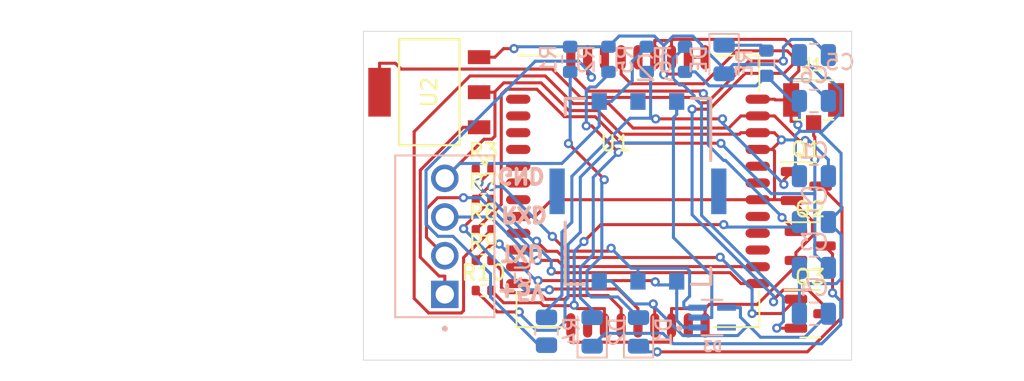
<source format=kicad_pcb>
(kicad_pcb (version 20221018) (generator pcbnew)
  (layers (0 "F.Cu" signal) (31 "B.Cu" signal) (34 "B.Paste" user) (35 "F.Paste" user) (36 "B.SilkS" user "B.Silkscreen") (37 "F.SilkS" user "F.Silkscreen") (38 "B.Mask" user) (39 "F.Mask" user) (44 "Edge.Cuts" user))
  (net 0 "")
  (net 1 "Net-(U1-GSM_ANT)")
  (net 2 "GND")
  (net 3 "Net-(U1-SIM_DATA)")
  (net 4 "Net-(C3-Pad1)")
  (net 5 "Net-(J2-VCC)")
  (net 6 "Net-(D1-K)")
  (net 7 "Net-(D1-A)")
  (net 8 "Net-(D2-K)")
  (net 9 "Net-(D2-A)")
  (net 10 "Net-(J2-CLK)")
  (net 11 "Net-(J2-I{slash}O)")
  (net 12 "Net-(J2-RST)")
  (net 15 "Net-(Q1-B)")
  (net 16 "STATUS")
  (net 17 "Net-(Q3-B)")
  (net 18 "Net-(Q3-E)")
  (net 19 "Net-(Q3-C)")
  (net 20 "+4.2V")
  (net 21 "GSM_PWRKY")
  (net 22 "NETLIGHT")
  (net 23 "Net-(U1-SIM_RST)")
  (net 24 "Net-(U1-SIM_CLK)")
  (net 45 "Net-(C5-Pad1)")
  (net 46 "Net-(D4-K)")
  (net 47 "TXD")
  (net 48 "RXD")
  (net 49 "+5V")
  (footprint "Resistor_SMD:R_0402_1005Metric" (layer "F.Cu") (at 128.776 92.71)
    (fp_text reference "R10")
    (fp_text value "26.1")
  )
  (footprint "Package_TO_SOT_SMD:SOT-23" (layer "F.Cu") (at 150.1925 94.234)
    (fp_text reference "Q3")
    (fp_text value "BC817")
  )
  (footprint "MIC5209_4_2YS:SOT-223_S_MCL" (layer "F.Cu") (at 125.222 79.6925 90)
    (fp_text reference "U2")
    (fp_text value "MIC5209-4.2YS")
  )
  (footprint "RF_GSM:SIMCom_SIM800C" (layer "F.Cu") (at 138.9 86.2)
    (fp_text reference "U1")
    (fp_text value "SIM800C")
  )
  (footprint "U.FL-R-SMT-1_10_:HRS_U.FL-R-SMT-1_10_" (layer "F.Cu") (at 150.417 80.2)
    (fp_text reference "J1")
    (fp_text value "U.FL-R-SMT-1_10_")
  )
  (footprint "Package_TO_SOT_SMD:SOT-23" (layer "F.Cu") (at 150.1925 89.784)
    (fp_text reference "Q2")
    (fp_text value "BC817")
  )
  (footprint "Resistor_SMD:R_0402_1005Metric" (layer "F.Cu") (at 128.776 90.72)
    (fp_text reference "R9")
    (fp_text value "26.1")
  )
  (footprint "Resistor_SMD:R_0402_1005Metric" (layer "F.Cu") (at 128.776 88.73)
    (fp_text reference "R8")
    (fp_text value "0")
  )
  (footprint "Package_TO_SOT_SMD:SOT-23" (layer "F.Cu") (at 149.9385 85.852)
    (fp_text reference "Q1")
    (fp_text value "BC817")
  )
  (footprint "Resistor_SMD:R_0402_1005Metric" (layer "F.Cu") (at 128.776 84.75)
    (fp_text reference "R3")
    (fp_text value "4k7")
  )
  (footprint "Resistor_SMD:R_0402_1005Metric" (layer "F.Cu") (at 128.776 86.74)
    (fp_text reference "R7")
    (fp_text value "26.1")
  )
  (footprint "LED_SMD:LED_0805_2012Metric" (layer "B.Cu") (at 144.545 77.547 -90)
    (fp_text reference "DE")
    (fp_text value "Red LED")
  )
  (footprint "ESDA6V1W5:SOT65P210X110-5N" (layer "B.Cu") (at 143.764 94.488)
    (fp_text reference "D3")
    (fp_text value "ESDA6V1W5")
  )
  (footprint "Resistor_SMD:R_0603_1608Metric" (layer "B.Cu") (at 139.476 77.533 -90)
    (fp_text reference "R5")
    (fp_text value "47K")
  )
  (footprint "Capacitor_SMD:C_0805_2012Metric" (layer "B.Cu") (at 150.434 77.254 180)
    (fp_text reference "C5")
    (fp_text value "470pF")
  )
  (footprint "Resistor_SMD:R_0805_2012Metric" (layer "B.Cu") (at 132.903 95.3855 90)
    (fp_text reference "R4")
    (fp_text value "10k")
  )
  (footprint "SIM8051_6_0_14_00_A:GCT_SIM8051-6-0-14-00-X-REVD" (layer "B.Cu") (at 138.9 86.2 180)
    (fp_text reference "J2")
    (fp_text value "SIM8051-6-0-14-00-X-REVD")
  )
  (footprint "Resistor_SMD:R_0603_1608Metric" (layer "B.Cu") (at 147.32 77.787 -90)
    (fp_text reference "RE")
    (fp_text value "2k7")
  )
  (footprint "Capacitor_SMD:C_0805_2012Metric" (layer "B.Cu") (at 150.434 94.234 180)
    (fp_text reference "C4")
    (fp_text value "10nF")
  )
  (footprint "Capacitor_SMD:C_0805_2012Metric" (layer "B.Cu") (at 150.434 88.214 180)
    (fp_text reference "C2")
    (fp_text value "1nF")
  )
  (footprint "Capacitor_SMD:C_0805_2012Metric" (layer "B.Cu") (at 150.434 85.204 180)
    (fp_text reference "C1")
    (fp_text value "100nF")
  )
  (footprint "LED_SMD:LED_0805_2012Metric" (layer "B.Cu") (at 138.938 95.4255 90)
    (fp_text reference "D1")
    (fp_text value "Red LED")
  )
  (footprint "LED_SMD:LED_0805_2012Metric" (layer "B.Cu") (at 135.898 95.4255 90)
    (fp_text reference "D2")
    (fp_text value "Red LED")
  )
  (footprint "Resistor_SMD:R_0603_1608Metric" (layer "B.Cu") (at 141.986 77.533 -90)
    (fp_text reference "R6")
    (fp_text value "47K")
  )
  (footprint "Resistor_SMD:R_0603_1608Metric" (layer "B.Cu") (at 134.456 77.533 -90)
    (fp_text reference "R1")
    (fp_text value "470")
  )
  (footprint "Capacitor_SMD:C_0805_2012Metric" (layer "B.Cu") (at 150.434 91.224 180)
    (fp_text reference "C3")
    (fp_text value "100nF")
  )
  (footprint "Resistor_SMD:R_0603_1608Metric" (layer "B.Cu") (at 136.966 77.533 -90)
    (fp_text reference "R2")
    (fp_text value "470")
  )
  (footprint "Capacitor_SMD:C_0805_2012Metric" (layer "B.Cu") (at 150.434 80.264 180)
    (fp_text reference "C6")
    (fp_text value "2.2pF")
  )
  (footprint "282834-4:TE_282834-4" (layer "B.Cu") (at 126.238 89.154 90)
    (fp_text reference "J3")
    (fp_text value "Conn_01x04")
  )
  (gr_rect (start 120.904 75.692) (end 152.908 97.282) (stroke (width 0.05)) (fill none) (layer "Edge.Cuts"))
  (gr_text "RXD" (at 129.794 87.122 180) (layer "B.SilkS") (effects (font (size 1 1) (thickness 0.25) bold) (justify left bottom mirror)))
  (gr_text "GND" (at 129.54 84.582 180) (layer "B.SilkS") (effects (font (size 1 1) (thickness 0.25) bold) (justify left bottom mirror)))
  (gr_text "+5V" (at 129.54 92.202 180) (layer "B.SilkS") (effects (font (size 1 1) (thickness 0.25) bold) (justify left bottom mirror)))
  (gr_text "TXD" (at 129.794 89.662 180) (layer "B.SilkS") (effects (font (size 1 1) (thickness 0.25) bold) (justify left bottom mirror)))
  (segment (start 149.4672 82.8653) (end 149.8655 82.8653) (width 0.2) (layer "F.Cu") (net 1))
  (segment (start 144.8523 82.0458) (end 138.582 82.0458) (width 0.2) (layer "F.Cu") (net 1))
  (segment (start 124.2289 82.2825) (end 124.2289 93.2332) (width 0.2) (layer "F.Cu") (net 1))
  (segment (start 127.4681 94.0339) (end 127.4681 90.5479) (width 0.2) (layer "F.Cu") (net 1))
  (segment (start 138.582 82.0458) (end 136.9737 80.4375) (width 0.2) (layer "F.Cu") (net 1))
  (segment (start 132.8307 78.6261) (end 127.8853 78.6261) (width 0.2) (layer "F.Cu") (net 1))
  (segment (start 147.8519 81.25) (end 149.4672 82.8653) (width 0.2) (layer "F.Cu") (net 1))
  (segment (start 125.1801 94.1844) (end 127.3176 94.1844) (width 0.2) (layer "F.Cu") (net 1))
  (segment (start 147.301 81.25) (end 146.75 81.25) (width 0.2) (layer "F.Cu") (net 1))
  (segment (start 127.3176 94.1844) (end 127.4681 94.0339) (width 0.2) (layer "F.Cu") (net 1))
  (segment (start 145.6481 81.25) (end 144.8523 82.0458) (width 0.2) (layer "F.Cu") (net 1))
  (segment (start 127.8853 78.6261) (end 124.2289 82.2825) (width 0.2) (layer "F.Cu") (net 1))
  (segment (start 136.9737 80.4375) (end 134.6421 80.4375) (width 0.2) (layer "F.Cu") (net 1))
  (segment (start 124.2289 93.2332) (end 125.1801 94.1844) (width 0.2) (layer "F.Cu") (net 1))
  (segment (start 134.6421 80.4375) (end 132.8307 78.6261) (width 0.2) (layer "F.Cu") (net 1))
  (segment (start 146.75 81.25) (end 145.6481 81.25) (width 0.2) (layer "F.Cu") (net 1))
  (segment (start 127.4681 90.5479) (end 129.286 88.73) (width 0.2) (layer "F.Cu") (net 1))
  (segment (start 147.301 81.25) (end 147.8519 81.25) (width 0.2) (layer "F.Cu") (net 1))
  (via (at 149.8655 82.8653) (size 0.6) (drill 0.3) (layers "F.Cu" "B.Cu") (net 1))
  (segment (start 150.1224 82.8653) (end 149.8655 82.8653) (width 0.2) (layer "B.Cu") (net 1))
  (segment (start 151.384 85.204) (end 151.384 84.1269) (width 0.2) (layer "B.Cu") (net 1))
  (segment (start 151.384 84.1269) (end 150.1224 82.8653) (width 0.2) (layer "B.Cu") (net 1))
  (segment (start 148.3077 82.8234) (end 147.8519 82.3676) (width 0.2) (layer "F.Cu") (net 2))
  (segment (start 148.942 80.2) (end 148.942 81.6019) (width 0.2) (layer "F.Cu") (net 2))
  (segment (start 137.8136 82.4477) (end 136.2639 80.898) (width 0.2) (layer "F.Cu") (net 2))
  (segment (start 128.4859 79.6925) (end 129.5244 79.6925) (width 0.2) (layer "F.Cu") (net 2))
  (segment (start 128.8061 82.7759) (end 126.238 85.344) (width 0.2) (layer "F.Cu") (net 2))
  (segment (start 136.2639 80.898) (end 134.3719 80.898) (width 0.2) (layer "F.Cu") (net 2))
  (segment (start 141.176 76.2236) (end 148.5274 76.2236) (width 0.2) (layer "F.Cu") (net 2))
  (segment (start 134.3719 80.898) (end 132.5515 79.0776) (width 0.2) (layer "F.Cu") (net 2))
  (segment (start 149.255 90.2215) (end 149.255 90.734) (width 0.2) (layer "F.Cu") (net 2))
  (segment (start 147.8519 86.75) (end 147.8519 83.5509) (width 0.2) (layer "F.Cu") (net 2))
  (segment (start 141.1 77.4) (end 141.1 76.399) (width 0.2) (layer "F.Cu") (net 2))
  (segment (start 145.6481 82.35) (end 145.5504 82.4477) (width 0.2) (layer "F.Cu") (net 2))
  (segment (start 146.7671 86.75) (end 146.75 86.75) (width 0.2) (layer "F.Cu") (net 2))
  (segment (start 129.3233 82.7759) (end 128.8061 82.7759) (width 0.2) (layer "F.Cu") (net 2))
  (segment (start 146.7671 86.75) (end 147.8519 86.75) (width 0.2) (layer "F.Cu") (net 2))
  (segment (start 146.75 82.35) (end 145.6481 82.35) (width 0.2) (layer "F.Cu") (net 2))
  (segment (start 130.1024 79.0776) (end 129.5244 79.6556) (width 0.2) (layer "F.Cu") (net 2))
  (segment (start 149.001 86.802) (end 150.3395 88.1405) (width 0.2) (layer "F.Cu") (net 2))
  (segment (start 143.3 95) (end 143.3 93.999) (width 0.2) (layer "F.Cu") (net 2))
  (segment (start 148.949 86.75) (end 149.001 86.802) (width 0.2) (layer "F.Cu") (net 2))
  (segment (start 141.1 76.2996) (end 141.1 76.2981) (width 0.2) (layer "F.Cu") (net 2))
  (segment (start 134.5 95) (end 134.5 96.1019) (width 0.2) (layer "F.Cu") (net 2))
  (segment (start 143.3 93.8981) (end 141.1 93.8981) (width 0.2) (layer "F.Cu") (net 2))
  (segment (start 149.255 90.734) (end 149.255 91.0962) (width 0.2) (layer "F.Cu") (net 2))
  (segment (start 147.8519 86.75) (end 148.949 86.75) (width 0.2) (layer "F.Cu") (net 2))
  (segment (start 150.3395 89.137) (end 149.255 90.2215) (width 0.2) (layer "F.Cu") (net 2))
  (segment (start 149.4447 77.1409) (end 149.4447 78.2954) (width 0.2) (layer "F.Cu") (net 2))
  (segment (start 147.8519 82.3676) (end 147.8519 82.35) (width 0.2) (layer "F.Cu") (net 2))
  (segment (start 150.3395 88.1405) (end 150.3395 89.137) (width 0.2) (layer "F.Cu") (net 2))
  (segment (start 140 76.2981) (end 141.1 76.2981) (width 0.2) (layer "F.Cu") (net 2))
  (segment (start 147.8519 83.5509) (end 147.751 83.45) (width 0.2) (layer "F.Cu") (net 2))
  (segment (start 148.3077 82.8234) (end 147.751 83.3801) (width 0.2) (layer "F.Cu") (net 2))
  (segment (start 149.255 91.0962) (end 146.7323 93.6189) (width 0.2) (layer "F.Cu") (net 2))
  (segment (start 146.75 80.15) (end 147.8519 80.15) (width 0.2) (layer "F.Cu") (net 2))
  (segment (start 149.1629 81.6019) (end 149.3841 81.8231) (width 0.2) (layer "F.Cu") (net 2))
  (segment (start 146.75 82.35) (end 147.8519 82.35) (width 0.2) (layer "F.Cu") (net 2))
  (segment (start 132.5515 79.0776) (end 130.1024 79.0776) (width 0.2) (layer "F.Cu") (net 2))
  (segment (start 129.5244 79.6556) (end 129.5244 79.6925) (width 0.2) (layer "F.Cu") (net 2))
  (segment (start 146.75 86.75) (end 145.6481 86.75) (width 0.2) (layer "F.Cu") (net 2))
  (segment (start 141.1 96.1019) (end 134.5 96.1019) (width 0.2) (layer "F.Cu") (net 2))
  (segment (start 146.7323 93.6189) (end 143.5792 93.6189) (width 0.2) (layer "F.Cu") (net 2))
  (segment (start 129.5244 82.5748) (end 129.3233 82.7759) (width 0.2) (layer "F.Cu") (net 2))
  (segment (start 146.75 83.45) (end 147.751 83.45) (width 0.2) (layer "F.Cu") (net 2))
  (segment (start 140 77.4) (end 140 76.2981) (width 0.2) (layer "F.Cu") (net 2))
  (segment (start 147.751 83.3801) (end 147.751 83.45) (width 0.2) (layer "F.Cu") (net 2))
  (segment (start 145.5504 82.4477) (end 137.8136 82.4477) (width 0.2) (layer "F.Cu") (net 2))
  (segment (start 141.1 95) (end 141.1 96.1019) (width 0.2) (layer "F.Cu") (net 2))
  (segment (start 148.942 80.2) (end 148.942 78.7981) (width 0.2) (layer "F.Cu") (net 2))
  (segment (start 148.942 81.6019) (end 149.1629 81.6019) (width 0.2) (layer "F.Cu") (net 2))
  (segment (start 149.4447 78.2954) (end 148.942 78.7981) (width 0.2) (layer "F.Cu") (net 2))
  (segment (start 143.3 93.8981) (end 143.3 93.999) (width 0.2) (layer "F.Cu") (net 2))
  (segment (start 141.1 76.399) (end 141.1 76.2996) (width 0.2) (layer "F.Cu") (net 2))
  (segment (start 141.1 76.2996) (end 141.176 76.2236) (width 0.2) (layer "F.Cu") (net 2))
  (segment (start 131.05 87.85) (end 132.1519 87.85) (width 0.2) (layer "F.Cu") (net 2))
  (segment (start 129.5244 79.6925) (end 129.5244 82.5748) (width 0.2) (layer "F.Cu") (net 2))
  (segment (start 147.9019 80.2) (end 147.8519 80.15) (width 0.2) (layer "F.Cu") (net 2))
  (segment (start 143.5792 93.6189) (end 143.3 93.8981) (width 0.2) (layer "F.Cu") (net 2))
  (segment (start 141.1 95) (end 141.1 93.8981) (width 0.2) (layer "F.Cu") (net 2))
  (segment (start 133.2519 86.75) (end 132.1519 87.85) (width 0.2) (layer "F.Cu") (net 2))
  (segment (start 148.5274 76.2236) (end 149.4447 77.1409) (width 0.2) (layer "F.Cu") (net 2))
  (segment (start 148.942 80.2) (end 147.9019 80.2) (width 0.2) (layer "F.Cu") (net 2))
  (segment (start 145.6481 86.75) (end 133.2519 86.75) (width 0.2) (layer "F.Cu") (net 2))
  (via (at 149.3841 81.8231) (size 0.6) (drill 0.3) (layers "F.Cu" "B.Cu") (net 2))
  (via (at 148.3077 82.8234) (size 0.6) (drill 0.3) (layers "F.Cu" "B.Cu") (net 2))
  (segment (start 138.5272 77.6568) (end 139.476 76.708) (width 0.2) (layer "B.Cu") (net 2))
  (segment (start 149.484 94.234) (end 149.484 92.2613) (width 0.2) (layer "B.Cu") (net 2))
  (segment (start 138.5272 78.9347) (end 138.5272 77.6568) (width 0.2) (layer "B.Cu") (net 2))
  (segment (start 127.2126 84.3694) (end 133.9115 84.3694) (width 0.2) (layer "B.Cu") (net 2))
  (segment (start 150.8753 82.3587) (end 152.2168 83.7002) (width 0.2) (layer "B.Cu") (net 2))
  (segment (start 151.8998 92.2598) (end 149.4855 92.2598) (width 0.2) (layer "B.Cu") (net 2))
  (segment (start 137.1619 80.3) (end 138.5272 78.9347) (width 0.2) (layer "B.Cu") (net 2))
  (segment (start 152.2168 87.3812) (end 151.384 88.214) (width 0.2) (layer "B.Cu") (net 2))
  (segment (start 147.32 78.612) (end 146.6564 79.2756) (width 0.2) (layer "B.Cu") (net 2))
  (segment (start 142.6588 78.358) (end 141.986 78.358) (width 0.2) (layer "B.Cu") (net 2))
  (segment (start 149.2239 82.8234) (end 148.3077 82.8234) (width 0.2) (layer "B.Cu") (net 2))
  (segment (start 149.2239 82.5235) (end 149.2239 82.8234) (width 0.2) (layer "B.Cu") (net 2))
  (segment (start 149.484 82.2634) (end 150.78 82.2634) (width 0.2) (layer "B.Cu") (net 2))
  (segment (start 149.4855 91.2255) (end 149.484 91.224) (width 0.2) (layer "B.Cu") (net 2))
  (segment (start 150.78 82.2634) (end 150.8753 82.3587) (width 0.2) (layer "B.Cu") (net 2))
  (segment (start 148.972 80.264) (end 147.32 78.612) (width 0.2) (layer "B.Cu") (net 2))
  (segment (start 152.2225 89.0525) (end 152.2225 91.9371) (width 0.2) (layer "B.Cu") (net 2))
  (segment (start 152.2225 91.9371) (end 151.8998 92.2598) (width 0.2) (layer "B.Cu") (net 2))
  (segment (start 149.484 82.2634) (end 149.2239 82.5235) (width 0.2) (layer "B.Cu") (net 2))
  (segment (start 136.36 81.9209) (end 136.36 80.3) (width 0.2) (layer "B.Cu") (net 2))
  (segment (start 149.4855 92.2598) (end 149.4855 91.2255) (width 0.2) (layer "B.Cu") (net 2))
  (segment (start 152.2168 83.7002) (end 152.2168 87.3812) (width 0.2) (layer "B.Cu") (net 2))
  (segment (start 151.0048 78.7748) (end 149.484 77.254) (width 0.2) (layer "B.Cu") (net 2))
  (segment (start 151.4016 78.7748) (end 151.0048 78.7748) (width 0.2) (layer "B.Cu") (net 2))
  (segment (start 152.2023 81.0317) (end 152.2023 79.5755) (width 0.2) (layer "B.Cu") (net 2))
  (segment (start 149.484 81.8231) (end 149.484 82.2634) (width 0.2) (layer "B.Cu") (net 2))
  (segment (start 136.36 80.3) (end 137.1619 80.3) (width 0.2) (layer "B.Cu") (net 2))
  (segment (start 149.3841 81.8231) (end 149.484 81.8231) (width 0.2) (layer "B.Cu") (net 2))
  (segment (start 126.238 85.344) (end 127.2126 84.3694) (width 0.2) (layer "B.Cu") (net 2))
  (segment (start 149.2239 84.9439) (end 149.484 85.204) (width 0.2) (layer "B.Cu") (net 2))
  (segment (start 151.384 88.214) (end 152.2225 89.0525) (width 0.2) (layer "B.Cu") (net 2))
  (segment (start 150.8753 82.3587) (end 152.2023 81.0317) (width 0.2) (layer "B.Cu") (net 2))
  (segment (start 146.6564 79.2756) (end 143.5764 79.2756) (width 0.2) (layer "B.Cu") (net 2))
  (segment (start 133.9115 84.3694) (end 136.36 81.9209) (width 0.2) (layer "B.Cu") (net 2))
  (segment (start 152.2023 79.5755) (end 151.4016 78.7748) (width 0.2) (layer "B.Cu") (net 2))
  (segment (start 149.484 80.264) (end 149.484 81.8231) (width 0.2) (layer "B.Cu") (net 2))
  (segment (start 149.484 80.264) (end 148.972 80.264) (width 0.2) (layer "B.Cu") (net 2))
  (segment (start 143.5764 79.2756) (end 142.6588 78.358) (width 0.2) (layer "B.Cu") (net 2))
  (segment (start 149.484 92.2613) (end 149.4855 92.2598) (width 0.2) (layer "B.Cu") (net 2))
  (segment (start 149.2239 82.8234) (end 149.2239 84.9439) (width 0.2) (layer "B.Cu") (net 2))
  (segment (start 136.7 95) (end 136.7 93.8981) (width 0.2) (layer "F.Cu") (net 3))
  (segment (start 136.7 93.8981) (end 134.912 93.8981) (width 0.2) (layer "F.Cu") (net 3))
  (segment (start 132.706 93.7054) (end 134.7193 93.7054) (width 0.2) (layer "F.Cu") (net 3))
  (segment (start 130.0902 93.5142) (end 132.5148 93.5142) (width 0.2) (layer "F.Cu") (net 3))
  (segment (start 134.912 93.8981) (end 134.7193 93.7054) (width 0.2) (layer "F.Cu") (net 3))
  (segment (start 134.7193 93.7054) (end 134.7193 93.6733) (width 0.2) (layer "F.Cu") (net 3))
  (segment (start 136.4701 88.3844) (end 144.5221 88.3844) (width 0.2) (layer "F.Cu") (net 3))
  (segment (start 132.5148 93.5142) (end 132.706 93.7054) (width 0.2) (layer "F.Cu") (net 3))
  (segment (start 129.286 92.71) (end 130.0902 93.5142) (width 0.2) (layer "F.Cu") (net 3))
  (segment (start 135.36 89.4945) (end 136.4701 88.3844) (width 0.2) (layer "F.Cu") (net 3))
  (via (at 134.7193 93.6733) (size 0.6) (drill 0.3) (layers "F.Cu" "B.Cu") (net 3))
  (via (at 135.36 89.4945) (size 0.6) (drill 0.3) (layers "F.Cu" "B.Cu") (net 3))
  (via (at 144.5221 88.3844) (size 0.6) (drill 0.3) (layers "F.Cu" "B.Cu") (net 3))
  (segment (start 144.6819 88.5442) (end 149.1538 88.5442) (width 0.2) (layer "B.Cu") (net 3))
  (segment (start 135.36 89.4945) (end 134.7193 90.1352) (width 0.2) (layer "B.Cu") (net 3))
  (segment (start 144.5221 88.3844) (end 144.6819 88.5442) (width 0.2) (layer "B.Cu") (net 3))
  (segment (start 149.1538 88.5442) (end 149.484 88.214) (width 0.2) (layer "B.Cu") (net 3))
  (segment (start 134.7193 90.1352) (end 134.7193 93.6733) (width 0.2) (layer "B.Cu") (net 3))
  (segment (start 137.8361 83.0385) (end 136.0975 81.2999) (width 0.2) (layer "F.Cu") (net 4))
  (segment (start 150.417 81.725) (end 150.417 82.5519) (width 0.2) (layer "F.Cu") (net 4))
  (segment (start 150.4949 82.6298) (end 150.4949 84.096) (width 0.2) (layer "F.Cu") (net 4))
  (segment (start 150.417 82.5519) (end 150.4949 82.6298) (width 0.2) (layer "F.Cu") (net 4))
  (segment (start 132.2711 79.4956) (end 130.2813 79.4956) (width 0.2) (layer "F.Cu") (net 4))
  (segment (start 129.9386 79.8383) (end 129.9386 87.0574) (width 0.2) (layer "F.Cu") (net 4))
  (segment (start 129.9386 87.0574) (end 128.266 88.73) (width 0.2) (layer "F.Cu") (net 4))
  (segment (start 144.342 83.0496) (end 144.3309 83.0385) (width 0.2) (layer "F.Cu") (net 4))
  (segment (start 136.0975 81.2999) (end 134.0754 81.2999) (width 0.2) (layer "F.Cu") (net 4))
  (segment (start 134.0754 81.2999) (end 132.2711 79.4956) (width 0.2) (layer "F.Cu") (net 4))
  (segment (start 144.3309 83.0385) (end 137.8361 83.0385) (width 0.2) (layer "F.Cu") (net 4))
  (segment (start 130.2813 79.4956) (end 129.9386 79.8383) (width 0.2) (layer "F.Cu") (net 4))
  (via (at 150.4949 84.096) (size 0.6) (drill 0.3) (layers "F.Cu" "B.Cu") (net 4))
  (via (at 144.342 83.0496) (size 0.6) (drill 0.3) (layers "F.Cu" "B.Cu") (net 4))
  (segment (start 150.4949 90.3349) (end 150.4949 86.3481) (width 0.2) (layer "B.Cu") (net 4))
  (segment (start 147.6405 86.3481) (end 144.342 83.0496) (width 0.2) (layer "B.Cu") (net 4))
  (segment (start 150.4949 86.3481) (end 150.4949 84.096) (width 0.2) (layer "B.Cu") (net 4))
  (segment (start 151.384 91.224) (end 150.4949 90.3349) (width 0.2) (layer "B.Cu") (net 4))
  (segment (start 150.4949 86.3481) (end 147.6405 86.3481) (width 0.2) (layer "B.Cu") (net 4))
  (segment (start 139.9 93.7981) (end 139.9 93.591) (width 0.2) (layer "F.Cu") (net 5))
  (segment (start 140 95) (end 140 93.8981) (width 0.2) (layer "F.Cu") (net 5))
  (segment (start 140 93.8981) (end 139.9 93.7981) (width 0.2) (layer "F.Cu") (net 5))
  (via (at 139.9 93.591) (size 0.6) (drill 0.3) (layers "F.Cu" "B.Cu") (net 5))
  (segment (start 138.6529 93.591) (end 139.9 93.591) (width 0.2) (layer "B.Cu") (net 5))
  (segment (start 149.8384 95.7796) (end 151.384 94.234) (width 0.2) (layer "B.Cu") (net 5))
  (segment (start 145.6209 93.838) (end 145.6209 94.4587) (width 0.2) (layer "B.Cu") (net 5))
  (segment (start 146.1333 94.9711) (end 146.9418 95.7796) (width 0.2) (layer "B.Cu") (net 5))
  (segment (start 144.704 93.838) (end 145.6209 93.838) (width 0.2) (layer "B.Cu") (net 5))
  (segment (start 146.9418 95.7796) (end 149.8384 95.7796) (width 0.2) (layer "B.Cu") (net 5))
  (segment (start 141.8547 95.6693) (end 139.9 93.7146) (width 0.2) (layer "B.Cu") (net 5))
  (segment (start 137.1619 92.1) (end 138.6529 93.591) (width 0.2) (layer "B.Cu") (net 5))
  (segment (start 145.4351 95.6693) (end 141.8547 95.6693) (width 0.2) (layer "B.Cu") (net 5))
  (segment (start 145.6209 94.4587) (end 146.1333 94.9711) (width 0.2) (layer "B.Cu") (net 5))
  (segment (start 139.9 93.7146) (end 139.9 93.591) (width 0.2) (layer "B.Cu") (net 5))
  (segment (start 136.36 92.1) (end 137.1619 92.1) (width 0.2) (layer "B.Cu") (net 5))
  (segment (start 146.1333 94.9711) (end 145.4351 95.6693) (width 0.2) (layer "B.Cu") (net 5))
  (segment (start 150.876 85.852) (end 152.273 87.249) (width 0.2) (layer "F.Cu") (net 6))
  (segment (start 152.273 87.249) (end 152.273 94.4685) (width 0.2) (layer "F.Cu") (net 6))
  (segment (start 150.0046 96.7369) (end 140.1621 96.7369) (width 0.2) (layer "F.Cu") (net 6))
  (segment (start 152.273 94.4685) (end 150.0046 96.7369) (width 0.2) (layer "F.Cu") (net 6))
  (via (at 140.1621 96.7369) (size 0.6) (drill 0.3) (layers "F.Cu" "B.Cu") (net 6))
  (segment (start 139.3119 96.7369) (end 138.938 96.363) (width 0.2) (layer "B.Cu") (net 6))
  (segment (start 140.1621 96.7369) (end 139.3119 96.7369) (width 0.2) (layer "B.Cu") (net 6))
  (segment (start 134.3441 83.0622) (end 136.6885 85.4066) (width 0.2) (layer "F.Cu") (net 7))
  (segment (start 136.6885 85.4066) (end 136.6885 85.4373) (width 0.2) (layer "F.Cu") (net 7))
  (via (at 134.3441 83.0622) (size 0.6) (drill 0.3) (layers "F.Cu" "B.Cu") (net 7))
  (via (at 136.6885 85.4373) (size 0.6) (drill 0.3) (layers "F.Cu" "B.Cu") (net 7))
  (segment (start 135.5581 91.4249) (end 136.5304 90.4526) (width 0.2) (layer "B.Cu") (net 7))
  (segment (start 135.837 93.134) (end 135.5581 92.8551) (width 0.2) (layer "B.Cu") (net 7))
  (segment (start 136.5304 90.4526) (end 136.5304 85.5954) (width 0.2) (layer "B.Cu") (net 7))
  (segment (start 137.584 93.134) (end 135.837 93.134) (width 0.2) (layer "B.Cu") (net 7))
  (segment (start 134.456 78.358) (end 134.456 82.9503) (width 0.2) (layer "B.Cu") (net 7))
  (segment (start 138.938 94.488) (end 137.584 93.134) (width 0.2) (layer "B.Cu") (net 7))
  (segment (start 135.5581 92.8551) (end 135.5581 91.4249) (width 0.2) (layer "B.Cu") (net 7))
  (segment (start 134.456 82.9503) (end 134.3441 83.0622) (width 0.2) (layer "B.Cu") (net 7))
  (segment (start 136.5304 85.5954) (end 136.6885 85.4373) (width 0.2) (layer "B.Cu") (net 7))
  (segment (start 151.13 89.784) (end 151.6571 90.3111) (width 0.2) (layer "F.Cu") (net 8))
  (segment (start 151.6571 90.3111) (end 151.6571 92.8658) (width 0.2) (layer "F.Cu") (net 8))
  (via (at 151.6571 92.8658) (size 0.6) (drill 0.3) (layers "F.Cu" "B.Cu") (net 8))
  (segment (start 152.1911 94.9568) (end 152.1911 93.3998) (width 0.2) (layer "B.Cu") (net 8))
  (segment (start 135.898 96.363) (end 136.7392 95.5218) (width 0.2) (layer "B.Cu") (net 8))
  (segment (start 140.5368 95.5218) (end 141.2171 96.2021) (width 0.2) (layer "B.Cu") (net 8))
  (segment (start 152.1911 93.3998) (end 151.6571 92.8658) (width 0.2) (layer "B.Cu") (net 8))
  (segment (start 150.9458 96.2021) (end 152.1911 94.9568) (width 0.2) (layer "B.Cu") (net 8))
  (segment (start 141.2171 96.2021) (end 150.9458 96.2021) (width 0.2) (layer "B.Cu") (net 8))
  (segment (start 136.7392 95.5218) (end 140.5368 95.5218) (width 0.2) (layer "B.Cu") (net 8))
  (segment (start 135.5118 81.9019) (end 135.8711 81.9019) (width 0.2) (layer "F.Cu") (net 9))
  (segment (start 135.8711 81.9019) (end 137.6096 83.6404) (width 0.2) (layer "F.Cu") (net 9))
  (via (at 137.6096 83.6404) (size 0.6) (drill 0.3) (layers "F.Cu" "B.Cu") (net 9))
  (via (at 135.5118 81.9019) (size 0.6) (drill 0.3) (layers "F.Cu" "B.Cu") (net 9))
  (segment (start 135.9703 85.2797) (end 137.6096 83.6404) (width 0.2) (layer "B.Cu") (net 9))
  (segment (start 135.898 94.488) (end 135.898 93.9687) (width 0.2) (layer "B.Cu") (net 9))
  (segment (start 135.9703 90.3522) (end 135.9703 85.2797) (width 0.2) (layer "B.Cu") (net 9))
  (segment (start 135.5118 79.5805) (end 135.7406 79.3517) (width 0.2) (layer "B.Cu") (net 9))
  (segment (start 136.1337 79.3517) (end 136.966 78.5194) (width 0.2) (layer "B.Cu") (net 9))
  (segment (start 136.966 78.5194) (end 136.966 78.358) (width 0.2) (layer "B.Cu") (net 9))
  (segment (start 135.5118 81.9019) (end 135.5118 79.5805) (width 0.2) (layer "B.Cu") (net 9))
  (segment (start 135.1219 93.1926) (end 135.1219 91.2006) (width 0.2) (layer "B.Cu") (net 9))
  (segment (start 135.1219 91.2006) (end 135.9703 90.3522) (width 0.2) (layer "B.Cu") (net 9))
  (segment (start 135.7406 79.3517) (end 136.1337 79.3517) (width 0.2) (layer "B.Cu") (net 9))
  (segment (start 135.898 93.9687) (end 135.1219 93.1926) (width 0.2) (layer "B.Cu") (net 9))
  (segment (start 140.0301 92.1421) (end 139.9488 92.0608) (width 0.2) (layer "F.Cu") (net 10))
  (segment (start 129.3296 89.6564) (end 129.8053 89.6564) (width 0.2) (layer "F.Cu") (net 10))
  (segment (start 128.266 90.72) (end 129.3296 89.6564) (width 0.2) (layer "F.Cu") (net 10))
  (segment (start 139.9488 92.0608) (end 132.3525 92.0608) (width 0.2) (layer "F.Cu") (net 10))
  (via (at 140.0301 92.1421) (size 0.6) (drill 0.3) (layers "F.Cu" "B.Cu") (net 10))
  (via (at 129.8053 89.6564) (size 0.6) (drill 0.3) (layers "F.Cu" "B.Cu") (net 10))
  (via (at 132.3525 92.0608) (size 0.6) (drill 0.3) (layers "F.Cu" "B.Cu") (net 10))
  (segment (start 141.44 92.3429) (end 141.44 92.851) (width 0.2) (layer "B.Cu") (net 10))
  (segment (start 141.9071 95.138) (end 141.44 94.6709) (width 0.2) (layer "B.Cu") (net 10))
  (segment (start 141.44 92.1) (end 141.44 92.3429) (width 0.2) (layer "B.Cu") (net 10))
  (segment (start 141.44 94.6709) (end 141.44 92.9519) (width 0.2) (layer "B.Cu") (net 10))
  (segment (start 141.44 92.851) (end 141.44 92.9504) (width 0.2) (layer "B.Cu") (net 10))
  (segment (start 141.44 92.9504) (end 141.44 92.9519) (width 0.2) (layer "B.Cu") (net 10))
  (segment (start 129.8053 89.6564) (end 132.2097 92.0608) (width 0.2) (layer "B.Cu") (net 10))
  (segment (start 132.2097 92.0608) (end 132.3525 92.0608) (width 0.2) (layer "B.Cu") (net 10))
  (segment (start 142.824 95.138) (end 141.9071 95.138) (width 0.2) (layer "B.Cu") (net 10))
  (segment (start 140.2309 92.3429) (end 140.0301 92.1421) (width 0.2) (layer "B.Cu") (net 10))
  (segment (start 141.44 92.3429) (end 140.2309 92.3429) (width 0.2) (layer "B.Cu") (net 10))
  (segment (start 131.1186 94.1161) (end 129.6721 94.1161) (width 0.2) (layer "F.Cu") (net 11))
  (segment (start 129.6721 94.1161) (end 128.266 92.71) (width 0.2) (layer "F.Cu") (net 11))
  (via (at 131.1186 94.1161) (size 0.6) (drill 0.3) (layers "F.Cu" "B.Cu") (net 11))
  (segment (start 133.5678 95.323) (end 132.2351 95.323) (width 0.2) (layer "B.Cu") (net 11))
  (segment (start 141.44 81.1519) (end 141.2261 81.3658) (width 0.2) (layer "B.Cu") (net 11))
  (segment (start 141.2261 81.3658) (end 141.2261 83.0238) (width 0.2) (layer "B.Cu") (net 11))
  (segment (start 132.2351 95.323) (end 131.1186 94.2065) (width 0.2) (layer "B.Cu") (net 11))
  (segment (start 134.3166 93.1928) (end 134.1174 93.392) (width 0.2) (layer "B.Cu") (net 11))
  (segment (start 134.3166 89.6868) (end 134.3166 93.1928) (width 0.2) (layer "B.Cu") (net 11))
  (segment (start 134.1174 93.392) (end 134.1174 94.7734) (width 0.2) (layer "B.Cu") (net 11))
  (segment (start 142.824 94.488) (end 143.7409 94.488) (width 0.2) (layer "B.Cu") (net 11))
  (segment (start 134.1174 94.7734) (end 133.5678 95.323) (width 0.2) (layer "B.Cu") (net 11))
  (segment (start 135.1219 88.8815) (end 134.3166 89.6868) (width 0.2) (layer "B.Cu") (net 11))
  (segment (start 141.2261 83.0238) (end 137.3669 83.0238) (width 0.2) (layer "B.Cu") (net 11))
  (segment (start 135.1219 85.2688) (end 135.1219 88.8815) (width 0.2) (layer "B.Cu") (net 11))
  (segment (start 143.7409 91.7478) (end 141.2261 89.233) (width 0.2) (layer "B.Cu") (net 11))
  (segment (start 141.44 80.3) (end 141.44 81.1519) (width 0.2) (layer "B.Cu") (net 11))
  (segment (start 137.3669 83.0238) (end 135.1219 85.2688) (width 0.2) (layer "B.Cu") (net 11))
  (segment (start 131.1186 94.2065) (end 131.1186 94.1161) (width 0.2) (layer "B.Cu") (net 11))
  (segment (start 143.7409 94.488) (end 143.7409 91.7478) (width 0.2) (layer "B.Cu") (net 11))
  (segment (start 141.2261 89.233) (end 141.2261 83.0238) (width 0.2) (layer "B.Cu") (net 11))
  (segment (start 129.1143 85.8917) (end 129.3062 85.8917) (width 0.2) (layer "F.Cu") (net 12))
  (segment (start 133.2896 89.1629) (end 134.2509 90.1242) (width 0.2) (layer "F.Cu") (net 12))
  (segment (start 136.9511 90.1242) (end 137.1413 89.934) (width 0.2) (layer "F.Cu") (net 12))
  (segment (start 134.2509 90.1242) (end 136.9511 90.1242) (width 0.2) (layer "F.Cu") (net 12))
  (segment (start 128.266 86.74) (end 129.1143 85.8917) (width 0.2) (layer "F.Cu") (net 12))
  (via (at 129.3062 85.8917) (size 0.6) (drill 0.3) (layers "F.Cu" "B.Cu") (net 12))
  (via (at 137.1413 89.934) (size 0.6) (drill 0.3) (layers "F.Cu" "B.Cu") (net 12))
  (via (at 133.2896 89.1629) (size 0.6) (drill 0.3) (layers "F.Cu" "B.Cu") (net 12))
  (segment (start 129.3062 85.8917) (end 130.0184 85.8917) (width 0.2) (layer "B.Cu") (net 12))
  (segment (start 138.9 92.1) (end 138.9 91.2481) (width 0.2) (layer "B.Cu") (net 12))
  (segment (start 142.2861 93.0826) (end 142.2861 91.4274) (width 0.2) (layer "B.Cu") (net 12))
  (segment (start 130.0184 85.8917) (end 133.2896 89.1629) (width 0.2) (layer "B.Cu") (net 12))
  (segment (start 138.4554 91.2481) (end 137.1413 89.934) (width 0.2) (layer "B.Cu") (net 12))
  (segment (start 142.1068 91.2481) (end 138.9 91.2481) (width 0.2) (layer "B.Cu") (net 12))
  (segment (start 141.9071 93.838) (end 141.9071 93.4616) (width 0.2) (layer "B.Cu") (net 12))
  (segment (start 141.9071 93.4616) (end 142.2861 93.0826) (width 0.2) (layer "B.Cu") (net 12))
  (segment (start 142.824 93.838) (end 141.9071 93.838) (width 0.2) (layer "B.Cu") (net 12))
  (segment (start 138.9 91.2481) (end 138.4554 91.2481) (width 0.2) (layer "B.Cu") (net 12))
  (segment (start 142.2861 91.4274) (end 142.1068 91.2481) (width 0.2) (layer "B.Cu") (net 12))
  (segment (start 149.001 84.902) (end 148.4675 85.4355) (width 0.2) (layer "F.Cu") (net 15))
  (segment (start 148.4675 85.4355) (end 148.4675 85.7424) (width 0.2) (layer "F.Cu") (net 15))
  (segment (start 144.4429 81.4438) (end 140.0617 81.4438) (width 0.2) (layer "F.Cu") (net 15))
  (via (at 144.4429 81.4438) (size 0.6) (drill 0.3) (layers "F.Cu" "B.Cu") (net 15))
  (via (at 148.4675 85.7424) (size 0.6) (drill 0.3) (layers "F.Cu" "B.Cu") (net 15))
  (via (at 140.0617 81.4438) (size 0.6) (drill 0.3) (layers "F.Cu" "B.Cu") (net 15))
  (segment (start 139.7299 81.3983) (end 140.0162 81.3983) (width 0.2) (layer "B.Cu") (net 15))
  (segment (start 134.5671 85.2138) (end 138.3826 81.3983) (width 0.2) (layer "B.Cu") (net 15))
  (segment (start 140.0162 81.3983) (end 140.0617 81.4438) (width 0.2) (layer "B.Cu") (net 15))
  (segment (start 132.903 94.473) (end 132.903 94.0381) (width 0.2) (layer "B.Cu") (net 15))
  (segment (start 133.9131 93.028) (end 133.9131 88.8795) (width 0.2) (layer "B.Cu") (net 15))
  (segment (start 139.7299 78.6119) (end 139.476 78.358) (width 0.2) (layer "B.Cu") (net 15))
  (segment (start 139.7299 81.3983) (end 139.7299 78.6119) (width 0.2) (layer "B.Cu") (net 15))
  (segment (start 133.9131 88.8795) (end 134.5671 88.2255) (width 0.2) (layer "B.Cu") (net 15))
  (segment (start 132.903 94.0381) (end 133.9131 93.028) (width 0.2) (layer "B.Cu") (net 15))
  (segment (start 134.5671 88.2255) (end 134.5671 85.2138) (width 0.2) (layer "B.Cu") (net 15))
  (segment (start 138.3826 81.3983) (end 139.7299 81.3983) (width 0.2) (layer "B.Cu") (net 15))
  (segment (start 148.4675 85.7424) (end 144.4429 81.7178) (width 0.2) (layer "B.Cu") (net 15))
  (segment (start 144.4429 81.7178) (end 144.4429 81.4438) (width 0.2) (layer "B.Cu") (net 15))
  (segment (start 149.255 88.834) (end 148.3442 87.9232) (width 0.2) (layer "F.Cu") (net 16))
  (segment (start 135.6169 79.6188) (end 143.0229 79.6188) (width 0.2) (layer "F.Cu") (net 16))
  (segment (start 134.5 77.4) (end 134.5 78.5019) (width 0.2) (layer "F.Cu") (net 16))
  (segment (start 143.0229 79.6188) (end 143.1869 79.7828) (width 0.2) (layer "F.Cu") (net 16))
  (segment (start 134.5 78.5019) (end 135.6169 79.6188) (width 0.2) (layer "F.Cu") (net 16))
  (via (at 143.1869 79.7828) (size 0.6) (drill 0.3) (layers "F.Cu" "B.Cu") (net 16))
  (via (at 148.3442 87.9232) (size 0.6) (drill 0.3) (layers "F.Cu" "B.Cu") (net 16))
  (segment (start 143.5147 80.1106) (end 143.5147 83.1679) (width 0.2) (layer "B.Cu") (net 16))
  (segment (start 144.5132 84.1664) (end 144.6376 84.1664) (width 0.2) (layer "B.Cu") (net 16))
  (segment (start 143.1869 79.7828) (end 143.5147 80.1106) (width 0.2) (layer "B.Cu") (net 16))
  (segment (start 148.3442 87.873) (end 148.3442 87.9232) (width 0.2) (layer "B.Cu") (net 16))
  (segment (start 144.6376 84.1664) (end 148.3442 87.873) (width 0.2) (layer "B.Cu") (net 16))
  (segment (start 143.5147 83.1679) (end 144.5132 84.1664) (width 0.2) (layer "B.Cu") (net 16))
  (segment (start 133.6055 90.1359) (end 132.9179 90.1359) (width 0.2) (layer "F.Cu") (net 17))
  (segment (start 149.255 93.284) (end 148.3182 94.2208) (width 0.2) (layer "F.Cu") (net 17))
  (segment (start 144.2897 90.5208) (end 144.2668 90.5437) (width 0.2) (layer "F.Cu") (net 17))
  (segment (start 148.3182 94.2208) (end 146.3825 94.2208) (width 0.2) (layer "F.Cu") (net 17))
  (segment (start 129.286 84.75) (end 129.286 84.8373) (width 0.2) (layer "F.Cu") (net 17))
  (segment (start 144.2668 90.5437) (end 134.0133 90.5437) (width 0.2) (layer "F.Cu") (net 17))
  (segment (start 134.0133 90.5437) (end 133.6055 90.1359) (width 0.2) (layer "F.Cu") (net 17))
  (segment (start 132.9179 90.1359) (end 132.2537 89.4717) (width 0.2) (layer "F.Cu") (net 17))
  (segment (start 129.286 84.8373) (end 128.483 85.6403) (width 0.2) (layer "F.Cu") (net 17))
  (via (at 128.483 85.6403) (size 0.6) (drill 0.3) (layers "F.Cu" "B.Cu") (net 17))
  (via (at 146.3825 94.2208) (size 0.6) (drill 0.3) (layers "F.Cu" "B.Cu") (net 17))
  (via (at 132.2537 89.4717) (size 0.6) (drill 0.3) (layers "F.Cu" "B.Cu") (net 17))
  (via (at 144.2897 90.5208) (size 0.6) (drill 0.3) (layers "F.Cu" "B.Cu") (net 17))
  (segment (start 146.3825 94.2208) (end 146.3825 92.6136) (width 0.2) (layer "B.Cu") (net 17))
  (segment (start 128.483 85.9219) (end 128.483 85.6403) (width 0.2) (layer "B.Cu") (net 17))
  (segment (start 132.0328 89.4717) (end 128.483 85.9219) (width 0.2) (layer "B.Cu") (net 17))
  (segment (start 146.3825 92.6136) (end 144.2897 90.5208) (width 0.2) (layer "B.Cu") (net 17))
  (segment (start 132.2537 89.4717) (end 132.0328 89.4717) (width 0.2) (layer "B.Cu") (net 17))
  (segment (start 149.255 95.184) (end 148.0082 95.184) (width 0.2) (layer "F.Cu") (net 18))
  (segment (start 148.0082 95.184) (end 148.0018 95.1776) (width 0.2) (layer "F.Cu") (net 18))
  (via (at 148.0018 95.1776) (size 0.6) (drill 0.3) (layers "F.Cu" "B.Cu") (net 18))
  (segment (start 143.0699 80.5169) (end 142.585 80.032) (width 0.2) (layer "B.Cu") (net 18))
  (segment (start 143.0699 87.7833) (end 143.0699 80.5169) (width 0.2) (layer "B.Cu") (net 18))
  (segment (start 148.4341 93.1475) (end 143.0699 87.7833) (width 0.2) (layer "B.Cu") (net 18))
  (segment (start 141.203 78.7993) (end 141.203 77.491) (width 0.2) (layer "B.Cu") (net 18))
  (segment (start 141.6243 79.2206) (end 141.203 78.7993) (width 0.2) (layer "B.Cu") (net 18))
  (segment (start 148.0018 95.1776) (end 148.4341 94.7453) (width 0.2) (layer "B.Cu") (net 18))
  (segment (start 148.4341 94.7453) (end 148.4341 93.1475) (width 0.2) (layer "B.Cu") (net 18))
  (segment (start 141.203 77.491) (end 141.986 76.708) (width 0.2) (layer "B.Cu") (net 18))
  (segment (start 142.585 80.032) (end 142.585 79.9284) (width 0.2) (layer "B.Cu") (net 18))
  (segment (start 142.585 79.9284) (end 141.8772 79.2206) (width 0.2) (layer "B.Cu") (net 18))
  (segment (start 141.8772 79.2206) (end 141.6243 79.2206) (width 0.2) (layer "B.Cu") (net 18))
  (segment (start 143.21 79.1363) (end 145.3716 76.9747) (width 0.2) (layer "F.Cu") (net 19))
  (segment (start 151.13 94.234) (end 151.13 93.7306) (width 0.2) (layer "F.Cu") (net 19))
  (segment (start 148.4183 92.6815) (end 147.7904 93.3094) (width 0.2) (layer "F.Cu") (net 19))
  (segment (start 148.6848 76.9747) (end 149.0399 77.3298) (width 0.2) (layer "F.Cu") (net 19))
  (segment (start 147.7904 93.3094) (end 147.7904 93.4492) (width 0.2) (layer "F.Cu") (net 19))
  (segment (start 149.0399 77.3298) (end 149.0399 77.8925) (width 0.2) (layer "F.Cu") (net 19))
  (segment (start 149.0399 77.8925) (end 148.4798 78.4526) (width 0.2) (layer "F.Cu") (net 19))
  (segment (start 143.5827 80.8065) (end 142.4478 80.8065) (width 0.2) (layer "F.Cu") (net 19))
  (segment (start 145.3716 76.9747) (end 148.6848 76.9747) (width 0.2) (layer "F.Cu") (net 19))
  (segment (start 138.4344 79.1363) (end 143.21 79.1363) (width 0.2) (layer "F.Cu") (net 19))
  (segment (start 150.0809 92.6815) (end 148.4183 92.6815) (width 0.2) (layer "F.Cu") (net 19))
  (segment (start 137.8 78.5019) (end 138.4344 79.1363) (width 0.2) (layer "F.Cu") (net 19))
  (segment (start 151.13 93.7306) (end 150.0809 92.6815) (width 0.2) (layer "F.Cu") (net 19))
  (segment (start 137.8 77.4) (end 137.8 78.5019) (width 0.2) (layer "F.Cu") (net 19))
  (segment (start 148.4798 78.4526) (end 145.9366 78.4526) (width 0.2) (layer "F.Cu") (net 19))
  (segment (start 145.9366 78.4526) (end 143.5827 80.8065) (width 0.2) (layer "F.Cu") (net 19))
  (segment (start 147.7904 93.4492) (end 147.7903 93.4492) (width 0.2) (layer "F.Cu") (net 19))
  (via (at 147.7903 93.4492) (size 0.6) (drill 0.3) (layers "F.Cu" "B.Cu") (net 19))
  (via (at 142.4478 80.8065) (size 0.6) (drill 0.3) (layers "F.Cu" "B.Cu") (net 19))
  (segment (start 147.7903 93.072) (end 147.7903 93.4492) (width 0.2) (layer "B.Cu") (net 19))
  (segment (start 142.4478 80.8065) (end 142.4478 87.7295) (width 0.2) (layer "B.Cu") (net 19))
  (segment (start 142.4478 87.7295) (end 147.7903 93.072) (width 0.2) (layer "B.Cu") (net 19))
  (segment (start 142.2 77.4) (end 142.2 78.5019) (width 0.2) (layer "F.Cu") (net 20))
  (segment (start 130.7759 76.8306) (end 130.0863 76.8306) (width 0.2) (layer "F.Cu") (net 20))
  (segment (start 140.6243 78.5019) (end 140.5925 78.5337) (width 0.2) (layer "F.Cu") (net 20))
  (segment (start 130.0863 76.8306) (end 129.5244 77.3925) (width 0.2) (layer "F.Cu") (net 20))
  (segment (start 142.2 78.5019) (end 140.6243 78.5019) (width 0.2) (layer "F.Cu") (net 20))
  (segment (start 128.4859 77.3925) (end 129.5244 77.3925) (width 0.2) (layer "F.Cu") (net 20))
  (segment (start 142.2 77.4) (end 143.3 77.4) (width 0.2) (layer "F.Cu") (net 20))
  (via (at 140.5925 78.5337) (size 0.6) (drill 0.3) (layers "F.Cu" "B.Cu") (net 20))
  (via (at 130.7759 76.8306) (size 0.6) (drill 0.3) (layers "F.Cu" "B.Cu") (net 20))
  (segment (start 139.9743 76.0053) (end 140.5925 76.6235) (width 0.2) (layer "B.Cu") (net 20))
  (segment (start 144.7168 78.3127) (end 143.0727 76.6686) (width 0.2) (layer "B.Cu") (net 20))
  (segment (start 136.966 76.708) (end 137.6687 76.0053) (width 0.2) (layer "B.Cu") (net 20))
  (segment (start 147.7958 77.8742) (end 145.1553 77.8742) (width 0.2) (layer "B.Cu") (net 20))
  (segment (start 143.0727 76.5859) (end 142.4921 76.0053) (width 0.2) (layer "B.Cu") (net 20))
  (segment (start 148.8055 78.8839) (end 147.7958 77.8742) (width 0.2) (layer "B.Cu") (net 20))
  (segment (start 151.384 80.264) (end 150.0039 78.8839) (width 0.2) (layer "B.Cu") (net 20))
  (segment (start 140.5925 76.6235) (end 140.5925 78.5337) (width 0.2) (layer "B.Cu") (net 20))
  (segment (start 145.1553 77.8742) (end 144.7168 78.3127) (width 0.2) (layer "B.Cu") (net 20))
  (segment (start 136.966 76.708) (end 134.456 76.708) (width 0.2) (layer "B.Cu") (net 20))
  (segment (start 137.6687 76.0053) (end 139.9743 76.0053) (width 0.2) (layer "B.Cu") (net 20))
  (segment (start 134.456 76.708) (end 130.8985 76.708) (width 0.2) (layer "B.Cu") (net 20))
  (segment (start 130.8985 76.708) (end 130.7759 76.8306) (width 0.2) (layer "B.Cu") (net 20))
  (segment (start 150.0039 78.8839) (end 148.8055 78.8839) (width 0.2) (layer "B.Cu") (net 20))
  (segment (start 142.4921 76.0053) (end 141.2107 76.0053) (width 0.2) (layer "B.Cu") (net 20))
  (segment (start 143.0727 76.6686) (end 143.0727 76.5859) (width 0.2) (layer "B.Cu") (net 20))
  (segment (start 144.7168 78.3127) (end 144.545 78.4845) (width 0.2) (layer "B.Cu") (net 20))
  (segment (start 141.2107 76.0053) (end 140.5925 76.6235) (width 0.2) (layer "B.Cu") (net 20))
  (segment (start 135.8529 78.7145) (end 135.6403 78.5019) (width 0.2) (layer "F.Cu") (net 22))
  (segment (start 135.6403 78.5019) (end 135.6 78.5019) (width 0.2) (layer "F.Cu") (net 22))
  (segment (start 135.6 77.4) (end 135.6 78.5019) (width 0.2) (layer "F.Cu") (net 22))
  (via (at 135.8529 78.7145) (size 0.6) (drill 0.3) (layers "F.Cu" "B.Cu") (net 22))
  (segment (start 126.7766 89.154) (end 125.7948 89.154) (width 0.2) (layer "B.Cu") (net 22))
  (segment (start 132.4011 96.298) (end 129.2351 93.132) (width 0.2) (layer "B.Cu") (net 22))
  (segment (start 129.2351 91.6125) (end 126.7766 89.154) (width 0.2) (layer "B.Cu") (net 22))
  (segment (start 135.8529 78.496) (end 135.8529 78.7145) (width 0.2) (layer "B.Cu") (net 22))
  (segment (start 132.903 96.298) (end 132.4011 96.298) (width 0.2) (layer "B.Cu") (net 22))
  (segment (start 125.0068 88.366) (end 125.0068 84.82) (width 0.2) (layer "B.Cu") (net 22))
  (segment (start 135.0122 77.6553) (end 135.8529 78.496) (width 0.2) (layer "B.Cu") (net 22))
  (segment (start 132.1715 77.6553) (end 135.0122 77.6553) (width 0.2) (layer "B.Cu") (net 22))
  (segment (start 125.0068 84.82) (end 132.1715 77.6553) (width 0.2) (layer "B.Cu") (net 22))
  (segment (start 125.7948 89.154) (end 125.0068 88.366) (width 0.2) (layer "B.Cu") (net 22))
  (segment (start 129.2351 93.132) (end 129.2351 91.6125) (width 0.2) (layer "B.Cu") (net 22))
  (segment (start 138.9 93.8981) (end 137.6126 92.6107) (width 0.2) (layer "F.Cu") (net 23))
  (segment (start 127.4692 88.5568) (end 127.4692 88.653) (width 0.2) (layer "F.Cu") (net 23))
  (segment (start 133.1436 92.6107) (end 133.0916 92.6627) (width 0.2) (layer "F.Cu") (net 23))
  (segment (start 138.9 95) (end 138.9 93.8981) (width 0.2) (layer "F.Cu") (net 23))
  (segment (start 137.6126 92.6107) (end 133.1436 92.6107) (width 0.2) (layer "F.Cu") (net 23))
  (segment (start 129.286 86.74) (end 127.4692 88.5568) (width 0.2) (layer "F.Cu") (net 23))
  (via (at 127.4692 88.653) (size 0.6) (drill 0.3) (layers "F.Cu" "B.Cu") (net 23))
  (via (at 133.0916 92.6627) (size 0.6) (drill 0.3) (layers "F.Cu" "B.Cu") (net 23))
  (segment (start 131.4789 92.6627) (end 127.4692 88.653) (width 0.2) (layer "B.Cu") (net 23))
  (segment (start 133.0916 92.6627) (end 131.4789 92.6627) (width 0.2) (layer "B.Cu") (net 23))
  (segment (start 137.8 95) (end 137.8 93.8981) (width 0.2) (layer "F.Cu") (net 24))
  (segment (start 134.0988 93.2848) (end 132.8537 93.2848) (width 0.2) (layer "F.Cu") (net 24))
  (segment (start 137.8 93.8981) (end 136.9397 93.0378) (width 0.2) (layer "F.Cu") (net 24))
  (segment (start 132.4208 92.8519) (end 130.2857 92.8519) (width 0.2) (layer "F.Cu") (net 24))
  (segment (start 129.9481 92.5143) (end 129.9481 91.3821) (width 0.2) (layer "F.Cu") (net 24))
  (segment (start 136.9397 93.0378) (end 134.3458 93.0378) (width 0.2) (layer "F.Cu") (net 24))
  (segment (start 129.9481 91.3821) (end 129.286 90.72) (width 0.2) (layer "F.Cu") (net 24))
  (segment (start 130.2857 92.8519) (end 129.9481 92.5143) (width 0.2) (layer "F.Cu") (net 24))
  (segment (start 134.3458 93.0378) (end 134.0988 93.2848) (width 0.2) (layer "F.Cu") (net 24))
  (segment (start 132.8537 93.2848) (end 132.4208 92.8519) (width 0.2) (layer "F.Cu") (net 24))
  (segment (start 135.1415 80.0356) (end 142.5886 80.0356) (width 0.2) (layer "F.Cu") (net 45))
  (segment (start 142.5886 80.0356) (end 142.9377 80.3847) (width 0.2) (layer "F.Cu") (net 45))
  (segment (start 122.9966 77.7904) (end 123.3801 78.1739) (width 0.2) (layer "F.Cu") (net 45))
  (segment (start 133.2798 78.1739) (end 135.1415 80.0356) (width 0.2) (layer "F.Cu") (net 45))
  (segment (start 146.1744 77.6465) (end 148.4328 77.6465) (width 0.2) (layer "F.Cu") (net 45))
  (segment (start 121.9581 77.7904) (end 122.9966 77.7904) (width 0.2) (layer "F.Cu") (net 45))
  (segment (start 142.9377 80.3847) (end 143.4362 80.3847) (width 0.2) (layer "F.Cu") (net 45))
  (segment (start 121.9581 79.6925) (end 121.9581 77.7904) (width 0.2) (layer "F.Cu") (net 45))
  (segment (start 123.3801 78.1739) (end 133.2798 78.1739) (width 0.2) (layer "F.Cu") (net 45))
  (segment (start 143.4362 80.3847) (end 146.1744 77.6465) (width 0.2) (layer "F.Cu") (net 45))
  (via (at 148.4328 77.6465) (size 0.6) (drill 0.3) (layers "F.Cu" "B.Cu") (net 45))
  (segment (start 148.4328 76.7403) (end 148.4328 77.6465) (width 0.2) (layer "B.Cu") (net 45))
  (segment (start 148.947 76.2261) (end 148.4328 76.7403) (width 0.2) (layer "B.Cu") (net 45))
  (segment (start 150.3561 76.2261) (end 148.947 76.2261) (width 0.2) (layer "B.Cu") (net 45))
  (segment (start 151.384 77.254) (end 150.3561 76.2261) (width 0.2) (layer "B.Cu") (net 45))
  (segment (start 144.545 76.6095) (end 146.9675 76.6095) (width 0.2) (layer "B.Cu") (net 46))
  (segment (start 146.9675 76.6095) (end 147.32 76.962) (width 0.2) (layer "B.Cu") (net 46))
  (segment (start 125.0358 87.3529) (end 125.7699 86.6188) (width 0.2) (layer "F.Cu") (net 47))
  (segment (start 133.3199 91.5401) (end 133.2154 91.4356) (width 0.2) (layer "F.Cu") (net 47))
  (segment (start 145.6481 92.25) (end 144.9382 91.5401) (width 0.2) (layer "F.Cu") (net 47))
  (segment (start 125.7699 86.6188) (end 127.4586 86.6188) (width 0.2) (layer "F.Cu") (net 47))
  (segment (start 144.9382 91.5401) (end 133.3199 91.5401) (width 0.2) (layer "F.Cu") (net 47))
  (segment (start 126.238 90.424) (end 125.0358 89.2218) (width 0.2) (layer "F.Cu") (net 47))
  (segment (start 146.75 92.25) (end 145.6481 92.25) (width 0.2) (layer "F.Cu") (net 47))
  (segment (start 125.0358 89.2218) (end 125.0358 87.3529) (width 0.2) (layer "F.Cu") (net 47))
  (via (at 127.4586 86.6188) (size 0.6) (drill 0.3) (layers "F.Cu" "B.Cu") (net 47))
  (via (at 133.2154 91.4356) (size 0.6) (drill 0.3) (layers "F.Cu" "B.Cu") (net 47))
  (segment (start 132.5401 90.0736) (end 133.2154 90.7489) (width 0.2) (layer "B.Cu") (net 47))
  (segment (start 127.4586 86.6188) (end 128.5497 86.6188) (width 0.2) (layer "B.Cu") (net 47))
  (segment (start 133.2154 90.7489) (end 133.2154 91.4356) (width 0.2) (layer "B.Cu") (net 47))
  (segment (start 128.5497 86.6188) (end 132.0045 90.0736) (width 0.2) (layer "B.Cu") (net 47))
  (segment (start 132.0045 90.0736) (end 132.5401 90.0736) (width 0.2) (layer "B.Cu") (net 47))
  (segment (start 134.0394 91.1381) (end 133.6376 90.7363) (width 0.2) (layer "F.Cu") (net 48))
  (segment (start 133.6376 90.7363) (end 132.3081 90.7363) (width 0.2) (layer "F.Cu") (net 48))
  (segment (start 145.6362 91.1381) (end 134.0394 91.1381) (width 0.2) (layer "F.Cu") (net 48))
  (segment (start 145.6481 91.15) (end 145.6362 91.1381) (width 0.2) (layer "F.Cu") (net 48))
  (segment (start 146.75 91.15) (end 145.6481 91.15) (width 0.2) (layer "F.Cu") (net 48))
  (via (at 132.3081 90.7363) (size 0.6) (drill 0.3) (layers "F.Cu" "B.Cu") (net 48))
  (segment (start 129.2466 87.884) (end 132.0989 90.7363) (width 0.2) (layer "B.Cu") (net 48))
  (segment (start 126.238 87.884) (end 129.2466 87.884) (width 0.2) (layer "B.Cu") (net 48))
  (segment (start 132.0989 90.7363) (end 132.3081 90.7363) (width 0.2) (layer "B.Cu") (net 48))
  (segment (start 128.4859 81.9925) (end 127.4474 81.9925) (width 0.2) (layer "F.Cu") (net 49))
  (segment (start 124.6308 90.5305) (end 125.8624 91.7621) (width 0.2) (layer "F.Cu") (net 49))
  (segment (start 126.238 92.964) (end 126.238 91.7621) (width 0.2) (layer "F.Cu") (net 49))
  (segment (start 127.4474 81.9925) (end 124.6308 84.8091) (width 0.2) (layer "F.Cu") (net 49))
  (segment (start 125.8624 91.7621) (end 126.238 91.7621) (width 0.2) (layer "F.Cu") (net 49))
  (segment (start 124.6308 84.8091) (end 124.6308 90.5305) (width 0.2) (layer "F.Cu") (net 49))
)
</source>
